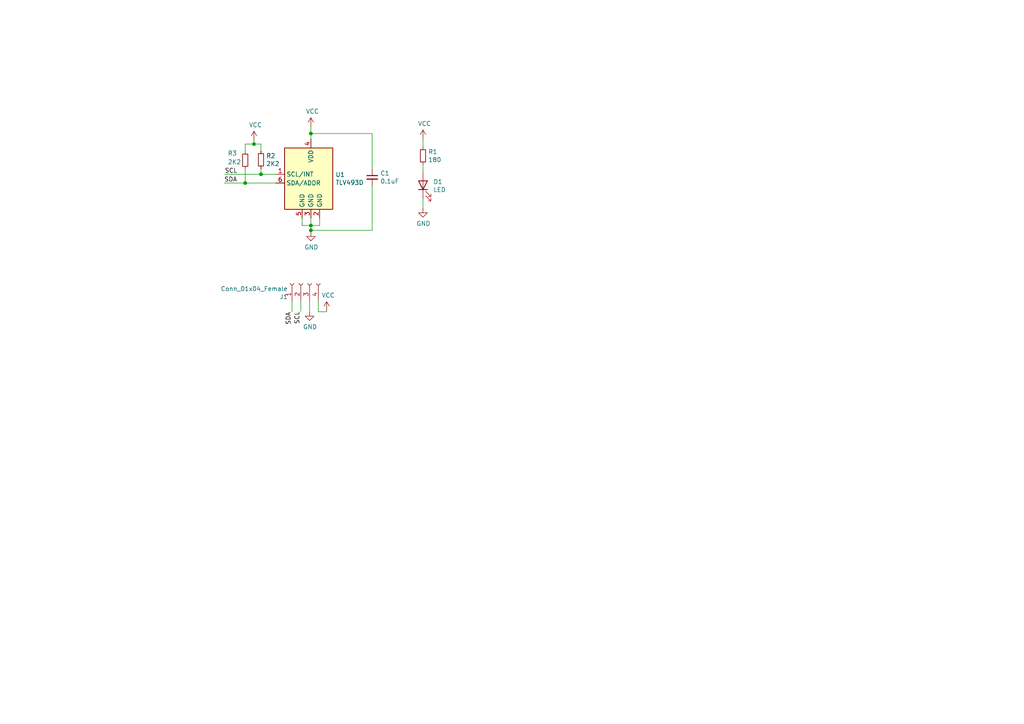
<source format=kicad_sch>
(kicad_sch (version 20230121) (generator eeschema)
  (paper "A4")
  (title_block (title "TLV493D") (date "2019-09-09") (rev "0.1v") (company "Electronic Cats") (comment 3 "Montserrat Figueroa") (comment 4 "Andres Sabas"))
  (lib_symbols
    (symbol "Device:C_Small" (pin_numbers hide) (pin_names (offset 0.254) hide)
      (property "Reference" "C" (at 0.254 1.778 0))
      (property "Value" "C_Small" (at 0.254 -2.032 0))
      (symbol "C_Small_0_1"
        (polyline (pts (xy -1.524 -0.508) (xy 1.524 -0.508)) (stroke (width 0.3302)))
        (polyline (pts (xy -1.524 0.508) (xy 1.524 0.508)) (stroke (width 0.3048)))
      )
      (symbol "C_Small_1_1"
        (pin passive line (at 0 2.54 270) (length 2.032) (name "~") (number "1"))
        (pin passive line (at 0 -2.54 90) (length 2.032) (name "~") (number "2"))
      )
    )
    (symbol "Device:LED" (pin_numbers hide) (pin_names (offset 1.016) hide)
      (property "Reference" "D" (at 0 2.54 0))
      (property "Value" "LED" (at 0 -2.54 0))
      (symbol "LED_0_1"
        (polyline (pts (xy -1.27 -1.27) (xy -1.27 1.27)) (stroke (width 0.254)))
        (polyline (pts (xy -1.27 0) (xy 1.27 0)))
        (polyline (pts (xy 1.27 -1.27) (xy 1.27 1.27) (xy -1.27 0) (xy 1.27 -1.27)) (stroke (width 0.254)))
        (polyline (pts (xy -3.048 -0.762) (xy -4.572 -2.286) (xy -3.81 -2.286) (xy -4.572 -2.286) (xy -4.572 -1.524)))
        (polyline (pts (xy -1.778 -0.762) (xy -3.302 -2.286) (xy -2.54 -2.286) (xy -3.302 -2.286) (xy -3.302 -1.524)))
      )
      (symbol "LED_1_1"
        (pin passive line (at -3.81 0 0) (length 2.54) (name "K") (number "1"))
        (pin passive line (at 3.81 0 180) (length 2.54) (name "A") (number "2"))
      )
    )
    (symbol "Device:R_Small" (pin_numbers hide) (pin_names (offset 0.254) hide)
      (property "Reference" "R" (at 0.762 0.508 0))
      (property "Value" "R_Small" (at 0.762 -1.016 0))
      (symbol "R_Small_0_1"
        (rectangle (start -0.762 1.778) (end 0.762 -1.778) (stroke (width 0.2032)))
      )
      (symbol "R_Small_1_1"
        (pin passive line (at 0 2.54 270) (length 0.762) (name "~") (number "1"))
        (pin passive line (at 0 -2.54 90) (length 0.762) (name "~") (number "2"))
      )
    )
    (symbol "Sensor_Magnetic:TLV493D"
      (property "Reference" "U" (at -6.35 11.43 0))
      (property "Value" "TLV493D" (at 5.08 11.43 0))
      (symbol "TLV493D_0_1"
        (rectangle (start -7.62 10.16) (end 6.35 -7.62) (stroke (width 0.254)) (fill (type background)))
      )
      (symbol "TLV493D_1_1"
        (pin bidirectional line (at -10.16 2.54 0) (length 2.54) (name "SCL/INT") (number "1"))
        (pin power_in line (at 2.54 -10.16 90) (length 2.54) (name "GND") (number "2"))
        (pin power_in line (at 0 -10.16 90) (length 2.54) (name "GND") (number "3"))
        (pin power_in line (at 0 12.7 270) (length 2.54) (name "VDD") (number "4"))
        (pin power_in line (at -2.54 -10.16 90) (length 2.54) (name "GND") (number "5"))
        (pin bidirectional line (at -10.16 0 0) (length 2.54) (name "SDA/ADDR") (number "6"))
      )
    )
    (symbol "TLV493D-rescue:Conn_01x04_Female-Connector" (pin_names (offset 1.016) hide)
      (property "Reference" "J" (at 0 5.08 0))
      (property "Value" "Connector_Conn_01x04_Female" (at 0 -7.62 0))
      (symbol "Conn_01x04_Female-Connector_1_1"
        (arc (start 0 -4.572) (mid -0.5058 -5.08) (end 0 -5.588) (stroke (width 0.1524)))
        (arc (start 0 -2.032) (mid -0.5058 -2.54) (end 0 -3.048) (stroke (width 0.1524)))
        (polyline (pts (xy -1.27 -5.08) (xy -0.508 -5.08)) (stroke (width 0.1524)))
        (polyline (pts (xy -1.27 -2.54) (xy -0.508 -2.54)) (stroke (width 0.1524)))
        (polyline (pts (xy -1.27 0) (xy -0.508 0)) (stroke (width 0.1524)))
        (polyline (pts (xy -1.27 2.54) (xy -0.508 2.54)) (stroke (width 0.1524)))
        (arc (start 0 0.508) (mid -0.5058 0) (end 0 -0.508) (stroke (width 0.1524)))
        (arc (start 0 3.048) (mid -0.5058 2.54) (end 0 2.032) (stroke (width 0.1524)))
        (pin passive line (at -5.08 2.54 0) (length 3.81) (name "Pin_1") (number "1"))
        (pin passive line (at -5.08 0 0) (length 3.81) (name "Pin_2") (number "2"))
        (pin passive line (at -5.08 -2.54 0) (length 3.81) (name "Pin_3") (number "3"))
        (pin passive line (at -5.08 -5.08 0) (length 3.81) (name "Pin_4") (number "4"))
      )
    )
    (symbol "power:GND" (power) (pin_names (offset 0))
      (property "Value" "GND" (at 0 -3.81 0))
      (symbol "GND_0_1"
        (polyline (pts (xy 0 0) (xy 0 -1.27) (xy 1.27 -1.27) (xy 0 -2.54) (xy -1.27 -1.27) (xy 0 -1.27)))
      )
      (symbol "GND_1_1"
        (pin power_in line (at 0 0 270) (length 0) hide (name "GND") (number "1"))
      )
    )
    (symbol "power:VCC" (power) (pin_names (offset 0))
      (property "Value" "VCC" (at 0 3.81 0))
      (symbol "VCC_0_1"
        (polyline (pts (xy -0.762 1.27) (xy 0 2.54)))
        (polyline (pts (xy 0 0) (xy 0 2.54)))
        (polyline (pts (xy 0 2.54) (xy 0.762 1.27)))
      )
      (symbol "VCC_1_1"
        (pin power_in line (at 0 0 90) (length 0) hide (name "VCC") (number "1"))
      )
    )
  )
  (junction (at 90.17 38.735))
  (junction (at 75.692 50.546))
  (junction (at 71.12 53.086))
  (junction (at 73.66 41.783))
  (junction (at 90.17 66.802))
  (junction (at 90.17 65.405))
  (wire (pts (xy 71.12 49.022) (xy 71.12 53.086)))
  (wire (pts (xy 107.95 38.735) (xy 107.95 48.895)))
  (wire (pts (xy 87.249 87.249) (xy 87.249 90.297)))
  (wire (pts (xy 122.682 57.531) (xy 122.682 60.452)))
  (wire (pts (xy 73.66 41.783) (xy 75.692 41.783)))
  (wire (pts (xy 107.95 53.975) (xy 107.95 66.802)))
  (wire (pts (xy 75.692 50.546) (xy 80.01 50.546)))
  (wire (pts (xy 94.742 90.424) (xy 94.742 90.043)))
  (wire (pts (xy 90.17 40.386) (xy 90.17 38.735)))
  (wire (pts (xy 122.682 47.752) (xy 122.682 49.911)))
  (wire (pts (xy 122.682 42.672) (xy 122.682 40.259)))
  (wire (pts (xy 87.63 65.405) (xy 90.17 65.405)))
  (wire (pts (xy 92.329 90.424) (xy 94.742 90.424)))
  (wire (pts (xy 90.17 66.802) (xy 90.17 67.31)))
  (wire (pts (xy 75.692 48.895) (xy 75.692 50.546)))
  (wire (pts (xy 90.17 65.405) (xy 92.71 65.405)))
  (wire (pts (xy 65.151 50.546) (xy 75.692 50.546)))
  (wire (pts (xy 71.12 41.783) (xy 73.66 41.783)))
  (wire (pts (xy 90.17 65.405) (xy 90.17 66.802)))
  (wire (pts (xy 65.024 53.086) (xy 71.12 53.086)))
  (wire (pts (xy 90.17 38.735) (xy 107.95 38.735)))
  (wire (pts (xy 92.71 65.405) (xy 92.71 63.246)))
  (wire (pts (xy 71.12 53.086) (xy 80.01 53.086)))
  (wire (pts (xy 92.329 87.249) (xy 92.329 90.424)))
  (wire (pts (xy 89.789 87.249) (xy 89.789 90.424)))
  (wire (pts (xy 90.17 63.246) (xy 90.17 65.405)))
  (wire (pts (xy 87.63 63.246) (xy 87.63 65.405)))
  (wire (pts (xy 71.12 43.942) (xy 71.12 41.783)))
  (wire (pts (xy 73.66 41.783) (xy 73.66 40.64)))
  (wire (pts (xy 84.709 87.249) (xy 84.709 90.424)))
  (wire (pts (xy 75.692 43.815) (xy 75.692 41.783)))
  (wire (pts (xy 90.17 38.735) (xy 90.17 36.703)))
  (wire (pts (xy 107.95 66.802) (xy 90.17 66.802)))
  (label "SDA" (at 65.024 53.086 0))
  (label "SDA" (at 84.709 90.424 270))
  (label "SCL" (at 87.249 90.297 270))
  (label "SCL" (at 65.151 50.546 0))
  (symbol (lib_id "Sensor_Magnetic:TLV493D") (at 90.17 53.086 0) (unit 1)
    (property "Reference" "U1" (at 97.282 50.6476 0) (effects (justify left)))
    (property "Value" "TLV493D" (at 97.282 52.959 0) (effects (justify left)))
    (property "Footprint" "Package_SO:TSOP-6_1.65x3.05mm_P0.95mm" (effects hide))
    (property "Datasheet" "http://www.infineon.com/dgdl/Infineon-TLV493D-A1B6-DS-v01_00-EN.pdf?fileId=5546d462525dbac40152a6b85c760e80" (effects hide))
    (property "manf#" "TLV493DA1B6HTSA2" (effects hide))
  )
  (symbol (lib_id "power:GND") (at 90.17 67.31 0) (unit 1)
    (property "Reference" "#PWR0101" (effects hide))
    (property "Value" "GND" (at 90.297 71.7042 0))
  )
  (symbol (lib_id "power:VCC") (at 90.17 36.703 0) (unit 1)
    (property "Reference" "#PWR0102" (effects hide))
    (property "Value" "VCC" (at 90.6018 32.3088 0))
  )
  (symbol (lib_id "Device:R_Small") (at 75.692 46.355 0) (unit 1)
    (property "Reference" "R2" (at 77.1906 45.1866 0) (effects (justify left)))
    (property "Value" "2K2" (at 77.1906 47.498 0) (effects (justify left)))
    (property "Footprint" "Resistor_SMD:R_0805_2012Metric_Pad1.15x1.40mm_HandSolder" (effects hide))
    (property "manf#" "RCG08052K20JNEA" (effects hide))
  )
  (symbol (lib_id "Device:R_Small") (at 71.12 46.482 0) (unit 1)
    (property "Reference" "R3" (at 66.04 44.45 0) (effects (justify left)))
    (property "Value" "2K2" (at 66.04 46.99 0) (effects (justify left)))
    (property "Footprint" "Resistor_SMD:R_0805_2012Metric_Pad1.15x1.40mm_HandSolder" (effects hide))
    (property "manf#" "RCG08052K20JNEA" (effects hide))
  )
  (symbol (lib_id "Device:C_Small") (at 107.95 51.435 0) (unit 1)
    (property "Reference" "C1" (at 110.2868 50.2666 0) (effects (justify left)))
    (property "Value" "0.1uF" (at 110.2868 52.578 0) (effects (justify left)))
    (property "Footprint" "Capacitor_SMD:C_0805_2012Metric_Pad1.15x1.40mm_HandSolder" (effects hide))
    (property "manf#" "885012207072" (effects hide))
  )
  (symbol (lib_id "power:VCC") (at 73.66 40.64 0) (unit 1)
    (property "Reference" "#PWR0103" (effects hide))
    (property "Value" "VCC" (at 74.0918 36.2458 0))
  )
  (symbol (lib_id "Device:R_Small") (at 122.682 45.212 0) (unit 1)
    (property "Reference" "R1" (at 124.1806 44.0436 0) (effects (justify left)))
    (property "Value" "180" (at 124.1806 46.355 0) (effects (justify left)))
    (property "Footprint" "Resistor_SMD:R_0805_2012Metric_Pad1.15x1.40mm_HandSolder" (effects hide))
    (property "manf#" "RMCF0805JT180R" (effects hide))
  )
  (symbol (lib_id "Device:LED") (at 122.682 53.721 90) (unit 1)
    (property "Reference" "D1" (at 125.6538 52.7304 90) (effects (justify right)))
    (property "Value" "LED" (at 125.6538 55.0418 90) (effects (justify right)))
    (property "Footprint" "LED_SMD:LED_0805_2012Metric_Pad1.15x1.40mm_HandSolder" (effects hide))
    (property "manf#" "150080RS75000" (effects hide))
  )
  (symbol (lib_id "power:VCC") (at 122.682 40.259 0) (unit 1)
    (property "Reference" "#PWR0104" (effects hide))
    (property "Value" "VCC" (at 123.1138 35.8648 0))
  )
  (symbol (lib_id "power:GND") (at 122.682 60.452 0) (unit 1)
    (property "Reference" "#PWR0105" (effects hide))
    (property "Value" "GND" (at 122.809 64.8462 0))
  )
  (symbol (lib_id "TLV493D-rescue:Conn_01x04_Female-Connector") (at 87.249 82.169 90) (unit 1)
    (property "Reference" "J1" (at 83.4898 86.0806 90) (effects (justify left)))
    (property "Value" "Conn_01x04_Female" (at 83.4898 83.7692 90) (effects (justify left)))
    (property "Footprint" "Connector_PinHeader_2.54mm:PinHeader_1x04_P2.54mm_Vertical" (effects hide))
  )
  (symbol (lib_id "power:VCC") (at 94.742 90.043 0) (unit 1)
    (property "Reference" "#PWR0106" (effects hide))
    (property "Value" "VCC" (at 95.1738 85.6488 0))
  )
  (symbol (lib_id "power:GND") (at 89.789 90.424 0) (unit 1)
    (property "Reference" "#PWR0107" (effects hide))
    (property "Value" "GND" (at 89.916 94.8182 0))
  )
)
</source>
